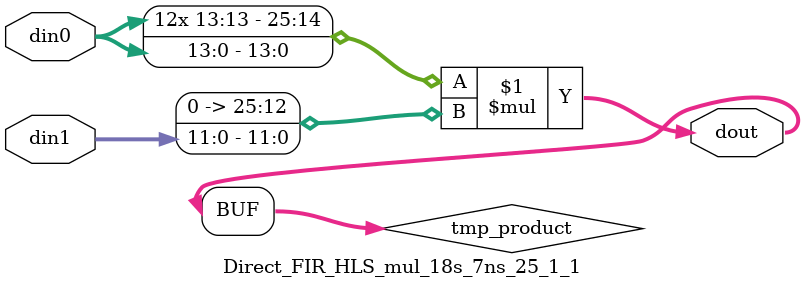
<source format=v>

`timescale 1 ns / 1 ps

 module Direct_FIR_HLS_mul_18s_7ns_25_1_1(din0, din1, dout);
parameter ID = 1;
parameter NUM_STAGE = 0;
parameter din0_WIDTH = 14;
parameter din1_WIDTH = 12;
parameter dout_WIDTH = 26;

input [din0_WIDTH - 1 : 0] din0; 
input [din1_WIDTH - 1 : 0] din1; 
output [dout_WIDTH - 1 : 0] dout;

wire signed [dout_WIDTH - 1 : 0] tmp_product;


























assign tmp_product = $signed(din0) * $signed({1'b0, din1});









assign dout = tmp_product;





















endmodule

</source>
